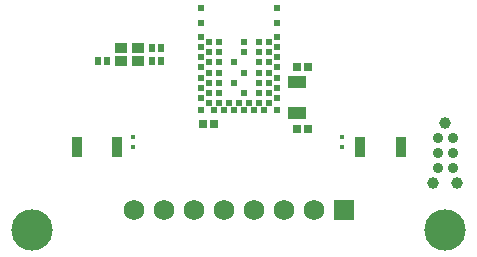
<source format=gts>
G04*
G04 #@! TF.GenerationSoftware,Altium Limited,Altium Designer,21.6.4 (81)*
G04*
G04 Layer_Color=8388736*
%FSLAX44Y44*%
%MOMM*%
G71*
G04*
G04 #@! TF.SameCoordinates,74441D79-BE30-4494-89CB-7DD98D1B6E6E*
G04*
G04*
G04 #@! TF.FilePolarity,Negative*
G04*
G01*
G75*
%ADD24R,0.7200X0.7200*%
%ADD25R,0.4500X0.4600*%
%ADD26R,0.6200X0.6500*%
%ADD27R,0.9000X1.8000*%
%ADD28R,1.6500X1.1000*%
%ADD29C,0.8900*%
%ADD30R,0.4900X0.4900*%
%ADD31R,0.4900X0.4900*%
%ADD32R,1.1000X0.9000*%
%ADD33C,1.0000*%
%ADD34C,3.5000*%
%ADD35C,1.7500*%
%ADD36R,1.7500X1.7500*%
D24*
X178750Y115000D02*
D03*
X169750D02*
D03*
X249500Y111000D02*
D03*
X258500D02*
D03*
Y163250D02*
D03*
X249500D02*
D03*
D25*
X287250Y95550D02*
D03*
Y103950D02*
D03*
X110500D02*
D03*
Y95550D02*
D03*
D26*
X134500Y168500D02*
D03*
X126500D02*
D03*
Y179500D02*
D03*
X134500D02*
D03*
X88500Y168500D02*
D03*
X80500D02*
D03*
D27*
X337000Y95500D02*
D03*
X303000D02*
D03*
X97000D02*
D03*
X63000D02*
D03*
D28*
X249500Y150250D02*
D03*
Y124250D02*
D03*
D29*
X368550Y102650D02*
D03*
X381250D02*
D03*
X368550Y89950D02*
D03*
X381250D02*
D03*
X368550Y77250D02*
D03*
X381250D02*
D03*
D30*
X183000Y133000D02*
D03*
X178750Y126500D02*
D03*
X168000D02*
D03*
X174500Y133000D02*
D03*
X168000Y137250D02*
D03*
Y145750D02*
D03*
X174500Y141500D02*
D03*
X183000D02*
D03*
X168000Y154250D02*
D03*
X174500Y150000D02*
D03*
X183000D02*
D03*
X168000Y162750D02*
D03*
X174500Y158500D02*
D03*
X183000D02*
D03*
X168000Y171250D02*
D03*
X174500Y167000D02*
D03*
X183000D02*
D03*
Y175500D02*
D03*
X174500D02*
D03*
X168000Y179750D02*
D03*
X183000Y184000D02*
D03*
X174500D02*
D03*
X168000Y188250D02*
D03*
Y200500D02*
D03*
X187250Y126500D02*
D03*
X191500Y133000D02*
D03*
X195750Y126500D02*
D03*
X200000Y133000D02*
D03*
X204250Y126500D02*
D03*
X208500Y133000D02*
D03*
X212750Y126500D02*
D03*
X217000Y133000D02*
D03*
X221250Y126500D02*
D03*
X232000D02*
D03*
X225500Y133000D02*
D03*
X232000Y137250D02*
D03*
X225500Y141500D02*
D03*
X217000D02*
D03*
X232000Y145750D02*
D03*
X225500Y150000D02*
D03*
X217000D02*
D03*
X232000Y154250D02*
D03*
X225500Y158500D02*
D03*
X217000D02*
D03*
X232000Y162750D02*
D03*
X225500Y167000D02*
D03*
X217000D02*
D03*
X232000Y171250D02*
D03*
X225500Y175500D02*
D03*
X217000D02*
D03*
X232000Y179750D02*
D03*
X225500Y184000D02*
D03*
X217000D02*
D03*
X232000Y188250D02*
D03*
Y200500D02*
D03*
Y212750D02*
D03*
X204250Y184000D02*
D03*
Y175500D02*
D03*
X195750Y167000D02*
D03*
X204250Y158500D02*
D03*
X195750Y150000D02*
D03*
X204250Y141500D02*
D03*
D31*
X168000Y212750D02*
D03*
D32*
X100000Y179500D02*
D03*
X115000D02*
D03*
Y168500D02*
D03*
X100000D02*
D03*
D33*
X374900Y115350D02*
D03*
X385060Y64550D02*
D03*
X364740D02*
D03*
D34*
X375000Y25000D02*
D03*
X25000D02*
D03*
D35*
X111100Y41700D02*
D03*
X136500D02*
D03*
X238100D02*
D03*
X263500D02*
D03*
X212700D02*
D03*
X187300D02*
D03*
X161900D02*
D03*
D36*
X288900D02*
D03*
M02*

</source>
